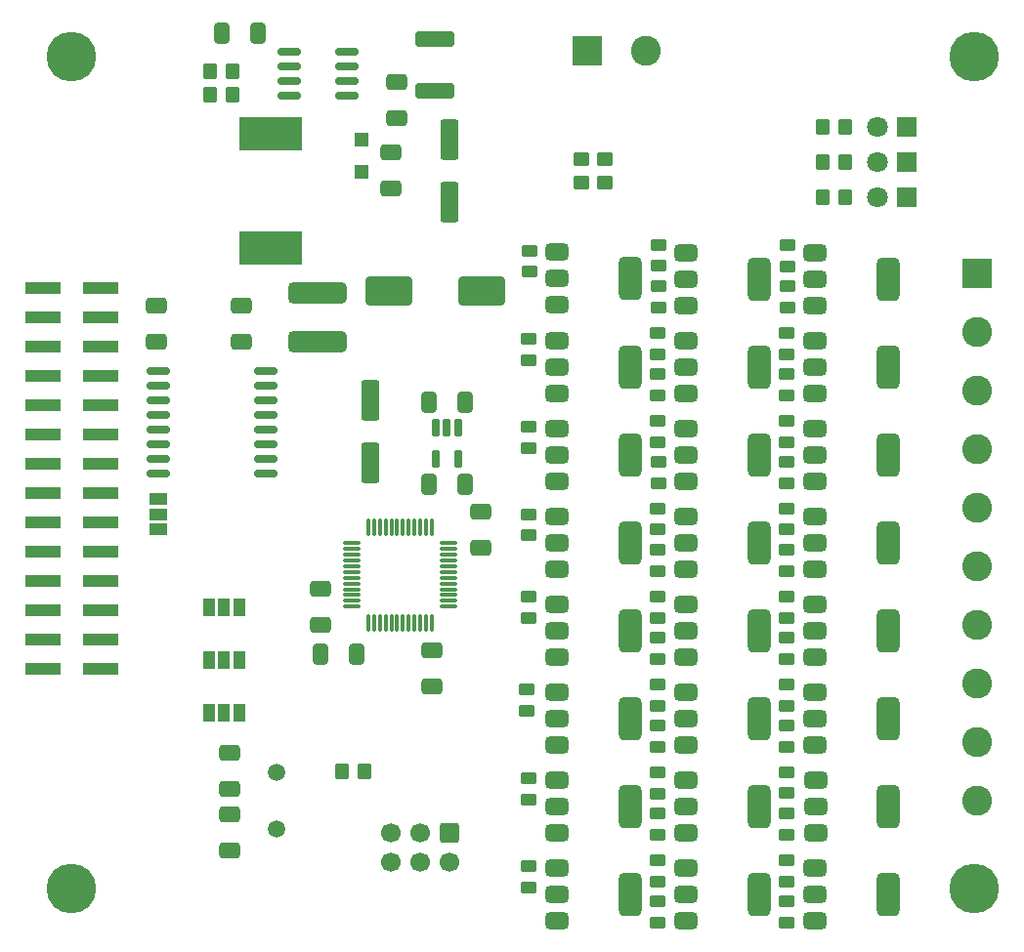
<source format=gts>
%TF.GenerationSoftware,KiCad,Pcbnew,8.0.0*%
%TF.CreationDate,2024-05-13T12:24:45+02:00*%
%TF.ProjectId,plc_io_module,706c635f-696f-45f6-9d6f-64756c652e6b,1.0.0*%
%TF.SameCoordinates,Original*%
%TF.FileFunction,Soldermask,Top*%
%TF.FilePolarity,Negative*%
%FSLAX46Y46*%
G04 Gerber Fmt 4.6, Leading zero omitted, Abs format (unit mm)*
G04 Created by KiCad (PCBNEW 8.0.0) date 2024-05-13 12:24:45*
%MOMM*%
%LPD*%
G01*
G04 APERTURE LIST*
G04 Aperture macros list*
%AMRoundRect*
0 Rectangle with rounded corners*
0 $1 Rounding radius*
0 $2 $3 $4 $5 $6 $7 $8 $9 X,Y pos of 4 corners*
0 Add a 4 corners polygon primitive as box body*
4,1,4,$2,$3,$4,$5,$6,$7,$8,$9,$2,$3,0*
0 Add four circle primitives for the rounded corners*
1,1,$1+$1,$2,$3*
1,1,$1+$1,$4,$5*
1,1,$1+$1,$6,$7*
1,1,$1+$1,$8,$9*
0 Add four rect primitives between the rounded corners*
20,1,$1+$1,$2,$3,$4,$5,0*
20,1,$1+$1,$4,$5,$6,$7,0*
20,1,$1+$1,$6,$7,$8,$9,0*
20,1,$1+$1,$8,$9,$2,$3,0*%
G04 Aperture macros list end*
%ADD10RoundRect,0.250000X-0.650000X0.412500X-0.650000X-0.412500X0.650000X-0.412500X0.650000X0.412500X0*%
%ADD11RoundRect,0.250000X0.412500X0.650000X-0.412500X0.650000X-0.412500X-0.650000X0.412500X-0.650000X0*%
%ADD12RoundRect,0.150000X-0.875000X-0.150000X0.875000X-0.150000X0.875000X0.150000X-0.875000X0.150000X0*%
%ADD13RoundRect,0.375000X-0.625000X-0.375000X0.625000X-0.375000X0.625000X0.375000X-0.625000X0.375000X0*%
%ADD14RoundRect,0.500000X-0.500000X-1.400000X0.500000X-1.400000X0.500000X1.400000X-0.500000X1.400000X0*%
%ADD15RoundRect,0.250000X0.450000X-0.262500X0.450000X0.262500X-0.450000X0.262500X-0.450000X-0.262500X0*%
%ADD16R,1.000000X1.500000*%
%ADD17R,3.150000X1.000000*%
%ADD18RoundRect,0.250000X0.650000X-0.412500X0.650000X0.412500X-0.650000X0.412500X-0.650000X-0.412500X0*%
%ADD19RoundRect,0.250000X-0.350000X-0.450000X0.350000X-0.450000X0.350000X0.450000X-0.350000X0.450000X0*%
%ADD20RoundRect,0.250000X0.450000X-0.350000X0.450000X0.350000X-0.450000X0.350000X-0.450000X-0.350000X0*%
%ADD21C,4.300000*%
%ADD22RoundRect,0.250000X-0.600000X0.600000X-0.600000X-0.600000X0.600000X-0.600000X0.600000X0.600000X0*%
%ADD23C,1.700000*%
%ADD24RoundRect,0.250000X-1.750000X-1.000000X1.750000X-1.000000X1.750000X1.000000X-1.750000X1.000000X0*%
%ADD25RoundRect,0.250000X-0.450000X0.262500X-0.450000X-0.262500X0.450000X-0.262500X0.450000X0.262500X0*%
%ADD26RoundRect,0.250000X0.350000X0.450000X-0.350000X0.450000X-0.350000X-0.450000X0.350000X-0.450000X0*%
%ADD27R,2.600000X2.600000*%
%ADD28C,2.600000*%
%ADD29R,1.800000X1.800000*%
%ADD30C,1.800000*%
%ADD31RoundRect,0.075000X0.075000X-0.662500X0.075000X0.662500X-0.075000X0.662500X-0.075000X-0.662500X0*%
%ADD32RoundRect,0.075000X0.662500X-0.075000X0.662500X0.075000X-0.662500X0.075000X-0.662500X-0.075000X0*%
%ADD33RoundRect,0.250000X-0.450000X0.350000X-0.450000X-0.350000X0.450000X-0.350000X0.450000X0.350000X0*%
%ADD34RoundRect,0.150000X-0.825000X-0.150000X0.825000X-0.150000X0.825000X0.150000X-0.825000X0.150000X0*%
%ADD35RoundRect,0.250000X-0.550000X1.500000X-0.550000X-1.500000X0.550000X-1.500000X0.550000X1.500000X0*%
%ADD36RoundRect,0.250000X-0.412500X-0.650000X0.412500X-0.650000X0.412500X0.650000X-0.412500X0.650000X0*%
%ADD37RoundRect,0.162500X-0.162500X0.617500X-0.162500X-0.617500X0.162500X-0.617500X0.162500X0.617500X0*%
%ADD38R,5.400000X2.900000*%
%ADD39RoundRect,0.250000X1.450000X-0.400000X1.450000X0.400000X-1.450000X0.400000X-1.450000X-0.400000X0*%
%ADD40R,1.200000X1.200000*%
%ADD41C,1.500000*%
%ADD42R,1.500000X1.000000*%
%ADD43RoundRect,0.475000X-2.075000X0.475000X-2.075000X-0.475000X2.075000X-0.475000X2.075000X0.475000X0*%
G04 APERTURE END LIST*
D10*
%TO.C,C16*%
X141579600Y-101967900D03*
X141579600Y-105092900D03*
%TD*%
D11*
%TO.C,C15*%
X140246500Y-99568000D03*
X137121500Y-99568000D03*
%TD*%
D12*
%TO.C,U1*%
X113714000Y-89789000D03*
X113714000Y-91059000D03*
X113714000Y-92329000D03*
X113714000Y-93599000D03*
X113714000Y-94869000D03*
X113714000Y-96139000D03*
X113714000Y-97409000D03*
X113714000Y-98679000D03*
X123014000Y-98679000D03*
X123014000Y-97409000D03*
X123014000Y-96139000D03*
X123014000Y-94869000D03*
X123014000Y-93599000D03*
X123014000Y-92329000D03*
X123014000Y-91059000D03*
X123014000Y-89789000D03*
%TD*%
D13*
%TO.C,Q11*%
X159410000Y-94728000D03*
X159410000Y-97028000D03*
D14*
X165710000Y-97028000D03*
D13*
X159410000Y-99328000D03*
%TD*%
%TO.C,Q1*%
X148234000Y-79450500D03*
X148234000Y-81750500D03*
D14*
X154534000Y-81750500D03*
D13*
X148234000Y-84050500D03*
%TD*%
D15*
%TO.C,R24*%
X156972000Y-114704500D03*
X156972000Y-112879500D03*
%TD*%
D13*
%TO.C,Q21*%
X170586000Y-109968000D03*
X170586000Y-112268000D03*
D14*
X176886000Y-112268000D03*
D13*
X170586000Y-114568000D03*
%TD*%
D11*
%TO.C,C4*%
X122314100Y-60452000D03*
X119189100Y-60452000D03*
%TD*%
D15*
%TO.C,R29*%
X156972000Y-134008500D03*
X156972000Y-132183500D03*
%TD*%
%TO.C,R28*%
X156972000Y-129944500D03*
X156972000Y-128119500D03*
%TD*%
D16*
%TO.C,JP4*%
X118080000Y-119380000D03*
X119380000Y-119380000D03*
X120680000Y-119380000D03*
%TD*%
D17*
%TO.C,J1*%
X103647000Y-82550000D03*
X108697000Y-82550000D03*
X103647000Y-85090000D03*
X108697000Y-85090000D03*
X103647000Y-87630000D03*
X108697000Y-87630000D03*
X103647000Y-90170000D03*
X108697000Y-90170000D03*
X103647000Y-92710000D03*
X108697000Y-92710000D03*
X103647000Y-95250000D03*
X108697000Y-95250000D03*
X103647000Y-97790000D03*
X108697000Y-97790000D03*
X103647000Y-100330000D03*
X108697000Y-100330000D03*
X103647000Y-102870000D03*
X108697000Y-102870000D03*
X103647000Y-105410000D03*
X108697000Y-105410000D03*
X103647000Y-107950000D03*
X108697000Y-107950000D03*
X103647000Y-110490000D03*
X108697000Y-110490000D03*
X103647000Y-113030000D03*
X108697000Y-113030000D03*
X103647000Y-115570000D03*
X108697000Y-115570000D03*
%TD*%
D18*
%TO.C,C6*%
X127762000Y-111798500D03*
X127762000Y-108673500D03*
%TD*%
D19*
%TO.C,R3*%
X129556000Y-124460000D03*
X131556000Y-124460000D03*
%TD*%
D20*
%TO.C,R13*%
X150368000Y-73390000D03*
X150368000Y-71390000D03*
%TD*%
D13*
%TO.C,Q7*%
X148234000Y-125208000D03*
X148234000Y-127508000D03*
D14*
X154534000Y-127508000D03*
D13*
X148234000Y-129808000D03*
%TD*%
D21*
%TO.C,H1*%
X106172000Y-62484000D03*
%TD*%
D22*
%TO.C,J2*%
X138938000Y-129794000D03*
D23*
X138938000Y-132334000D03*
X136398000Y-129794000D03*
X136398000Y-132334000D03*
X133858000Y-129794000D03*
X133858000Y-132334000D03*
%TD*%
D13*
%TO.C,Q18*%
X170586000Y-87108000D03*
X170586000Y-89408000D03*
D14*
X176886000Y-89408000D03*
D13*
X170586000Y-91708000D03*
%TD*%
%TO.C,Q8*%
X148234000Y-132828000D03*
X148234000Y-135128000D03*
D14*
X154534000Y-135128000D03*
D13*
X148234000Y-137428000D03*
%TD*%
D19*
%TO.C,R48*%
X171212000Y-71628000D03*
X173212000Y-71628000D03*
%TD*%
D13*
%TO.C,Q14*%
X159410000Y-117588000D03*
X159410000Y-119888000D03*
D14*
X165710000Y-119888000D03*
D13*
X159410000Y-122188000D03*
%TD*%
D15*
%TO.C,R8*%
X145796000Y-103999000D03*
X145796000Y-102174000D03*
%TD*%
%TO.C,R6*%
X145796000Y-88796500D03*
X145796000Y-86971500D03*
%TD*%
D24*
%TO.C,C11*%
X133668000Y-82804000D03*
X141668000Y-82804000D03*
%TD*%
D25*
%TO.C,R33*%
X168148000Y-86463500D03*
X168148000Y-88288500D03*
%TD*%
%TO.C,R31*%
X168185500Y-78843500D03*
X168185500Y-80668500D03*
%TD*%
D21*
%TO.C,H3*%
X184404000Y-62484000D03*
%TD*%
D26*
%TO.C,R1*%
X120126000Y-63754000D03*
X118126000Y-63754000D03*
%TD*%
D27*
%TO.C,J3*%
X150871000Y-61976000D03*
D28*
X155951000Y-61976000D03*
%TD*%
D29*
%TO.C,D2*%
X178567000Y-68580000D03*
D30*
X176027000Y-68580000D03*
%TD*%
D15*
%TO.C,R25*%
X156972000Y-118768500D03*
X156972000Y-116943500D03*
%TD*%
D31*
%TO.C,U3*%
X131870000Y-111604500D03*
X132370000Y-111604500D03*
X132870000Y-111604500D03*
X133370000Y-111604500D03*
X133870000Y-111604500D03*
X134370000Y-111604500D03*
X134870000Y-111604500D03*
X135370000Y-111604500D03*
X135870000Y-111604500D03*
X136370000Y-111604500D03*
X136870000Y-111604500D03*
X137370000Y-111604500D03*
D32*
X138782500Y-110192000D03*
X138782500Y-109692000D03*
X138782500Y-109192000D03*
X138782500Y-108692000D03*
X138782500Y-108192000D03*
X138782500Y-107692000D03*
X138782500Y-107192000D03*
X138782500Y-106692000D03*
X138782500Y-106192000D03*
X138782500Y-105692000D03*
X138782500Y-105192000D03*
X138782500Y-104692000D03*
D31*
X137370000Y-103279500D03*
X136870000Y-103279500D03*
X136370000Y-103279500D03*
X135870000Y-103279500D03*
X135370000Y-103279500D03*
X134870000Y-103279500D03*
X134370000Y-103279500D03*
X133870000Y-103279500D03*
X133370000Y-103279500D03*
X132870000Y-103279500D03*
X132370000Y-103279500D03*
X131870000Y-103279500D03*
D32*
X130457500Y-104692000D03*
X130457500Y-105192000D03*
X130457500Y-105692000D03*
X130457500Y-106192000D03*
X130457500Y-106692000D03*
X130457500Y-107192000D03*
X130457500Y-107692000D03*
X130457500Y-108192000D03*
X130457500Y-108692000D03*
X130457500Y-109192000D03*
X130457500Y-109692000D03*
X130457500Y-110192000D03*
%TD*%
D15*
%TO.C,R46*%
X168148000Y-137564500D03*
X168148000Y-135739500D03*
%TD*%
%TO.C,R26*%
X156972000Y-122362000D03*
X156972000Y-120537000D03*
%TD*%
D33*
%TO.C,R14*%
X152400000Y-71390000D03*
X152400000Y-73390000D03*
%TD*%
D25*
%TO.C,R37*%
X168148000Y-101666000D03*
X168148000Y-103491000D03*
%TD*%
D34*
%TO.C,U2*%
X125033000Y-62103000D03*
X125033000Y-63373000D03*
X125033000Y-64643000D03*
X125033000Y-65913000D03*
X129983000Y-65913000D03*
X129983000Y-64643000D03*
X129983000Y-63373000D03*
X129983000Y-62103000D03*
%TD*%
D13*
%TO.C,Q2*%
X148234000Y-87108000D03*
X148234000Y-89408000D03*
D14*
X154534000Y-89408000D03*
D13*
X148234000Y-91708000D03*
%TD*%
D35*
%TO.C,C13*%
X138938000Y-69690000D03*
X138938000Y-75090000D03*
%TD*%
D18*
%TO.C,C9*%
X133858000Y-73952500D03*
X133858000Y-70827500D03*
%TD*%
D25*
%TO.C,R39*%
X168148000Y-109323500D03*
X168148000Y-111148500D03*
%TD*%
D13*
%TO.C,Q4*%
X148234000Y-102348000D03*
X148234000Y-104648000D03*
D14*
X154534000Y-104648000D03*
D13*
X148234000Y-106948000D03*
%TD*%
D29*
%TO.C,D4*%
X178567000Y-74676000D03*
D30*
X176027000Y-74676000D03*
%TD*%
D16*
%TO.C,JP2*%
X118080000Y-110236000D03*
X119380000Y-110236000D03*
X120680000Y-110236000D03*
%TD*%
D13*
%TO.C,Q20*%
X170586000Y-102348000D03*
X170586000Y-104648000D03*
D14*
X176886000Y-104648000D03*
D13*
X170586000Y-106948000D03*
%TD*%
D36*
%TO.C,C14*%
X137121500Y-92456000D03*
X140246500Y-92456000D03*
%TD*%
D15*
%TO.C,R40*%
X168148000Y-114704500D03*
X168148000Y-112879500D03*
%TD*%
D37*
%TO.C,U4*%
X139634000Y-94662000D03*
X138684000Y-94662000D03*
X137734000Y-94662000D03*
X137734000Y-97362000D03*
X139634000Y-97362000D03*
%TD*%
D21*
%TO.C,H4*%
X184404000Y-134620000D03*
%TD*%
D18*
%TO.C,C5*%
X120904000Y-87236700D03*
X120904000Y-84111700D03*
%TD*%
D19*
%TO.C,R2*%
X118126000Y-65786000D03*
X120126000Y-65786000D03*
%TD*%
D18*
%TO.C,C1*%
X113512600Y-87236700D03*
X113512600Y-84111700D03*
%TD*%
D13*
%TO.C,Q10*%
X159410000Y-87108000D03*
X159410000Y-89408000D03*
D14*
X165710000Y-89408000D03*
D13*
X159410000Y-91708000D03*
%TD*%
D15*
%TO.C,R30*%
X156972000Y-137564500D03*
X156972000Y-135739500D03*
%TD*%
D13*
%TO.C,Q16*%
X159410000Y-132828000D03*
X159410000Y-135128000D03*
D14*
X165710000Y-135128000D03*
D13*
X159410000Y-137428000D03*
%TD*%
%TO.C,Q19*%
X170586000Y-94728000D03*
X170586000Y-97028000D03*
D14*
X176886000Y-97028000D03*
D13*
X170586000Y-99328000D03*
%TD*%
D38*
%TO.C,L1*%
X123444000Y-69218000D03*
X123444000Y-79118000D03*
%TD*%
D15*
%TO.C,R7*%
X145796000Y-96416500D03*
X145796000Y-94591500D03*
%TD*%
D13*
%TO.C,Q17*%
X170586000Y-79488000D03*
X170586000Y-81788000D03*
D14*
X176886000Y-81788000D03*
D13*
X170586000Y-84088000D03*
%TD*%
D15*
%TO.C,R12*%
X145796000Y-134516500D03*
X145796000Y-132691500D03*
%TD*%
D19*
%TO.C,R47*%
X171212000Y-68580000D03*
X173212000Y-68580000D03*
%TD*%
D15*
%TO.C,R27*%
X156972000Y-126388500D03*
X156972000Y-124563500D03*
%TD*%
%TO.C,R42*%
X168148000Y-122362000D03*
X168148000Y-120537000D03*
%TD*%
D39*
%TO.C,R4*%
X137668000Y-65471000D03*
X137668000Y-61021000D03*
%TD*%
D21*
%TO.C,H2*%
X106172000Y-134620000D03*
%TD*%
D35*
%TO.C,C8*%
X132080000Y-92296000D03*
X132080000Y-97696000D03*
%TD*%
D15*
%TO.C,R10*%
X145620000Y-119210500D03*
X145620000Y-117385500D03*
%TD*%
D25*
%TO.C,R41*%
X168148000Y-116943500D03*
X168148000Y-118768500D03*
%TD*%
D15*
%TO.C,R11*%
X145796000Y-126896500D03*
X145796000Y-125071500D03*
%TD*%
D40*
%TO.C,D1*%
X131318000Y-72520000D03*
X131318000Y-69720000D03*
%TD*%
D15*
%TO.C,R21*%
X156972000Y-103491000D03*
X156972000Y-101666000D03*
%TD*%
D16*
%TO.C,JP3*%
X118080000Y-114808000D03*
X119380000Y-114808000D03*
X120680000Y-114808000D03*
%TD*%
D10*
%TO.C,C12*%
X137414000Y-114007500D03*
X137414000Y-117132500D03*
%TD*%
D15*
%TO.C,R36*%
X168148000Y-99464500D03*
X168148000Y-97639500D03*
%TD*%
D13*
%TO.C,Q3*%
X148234000Y-94728000D03*
X148234000Y-97028000D03*
D14*
X154534000Y-97028000D03*
D13*
X148234000Y-99328000D03*
%TD*%
D15*
%TO.C,R44*%
X168148000Y-129944500D03*
X168148000Y-128119500D03*
%TD*%
D10*
%TO.C,C3*%
X119888000Y-128231500D03*
X119888000Y-131356500D03*
%TD*%
D41*
%TO.C,Y1*%
X123952000Y-124550000D03*
X123952000Y-129450000D03*
%TD*%
D25*
%TO.C,R43*%
X168148000Y-124526000D03*
X168148000Y-126351000D03*
%TD*%
D42*
%TO.C,JP1*%
X113715800Y-103484200D03*
X113715800Y-102184200D03*
X113715800Y-100884200D03*
%TD*%
D15*
%TO.C,R20*%
X157009500Y-99464500D03*
X157009500Y-97639500D03*
%TD*%
D13*
%TO.C,Q9*%
X159410000Y-79488000D03*
X159410000Y-81788000D03*
D14*
X165710000Y-81788000D03*
D13*
X159410000Y-84088000D03*
%TD*%
D27*
%TO.C,J4*%
X184612000Y-81280000D03*
D28*
X184612000Y-86360000D03*
X184612000Y-91440000D03*
X184612000Y-96520000D03*
X184612000Y-101600000D03*
X184612000Y-106680000D03*
X184612000Y-111760000D03*
X184612000Y-116840000D03*
X184612000Y-121920000D03*
X184612000Y-127000000D03*
%TD*%
D15*
%TO.C,R9*%
X145796000Y-111148500D03*
X145796000Y-109323500D03*
%TD*%
%TO.C,R34*%
X168132000Y-91844500D03*
X168132000Y-90019500D03*
%TD*%
%TO.C,R5*%
X145833500Y-81139000D03*
X145833500Y-79314000D03*
%TD*%
D11*
%TO.C,C7*%
X130848500Y-114300000D03*
X127723500Y-114300000D03*
%TD*%
D13*
%TO.C,Q6*%
X148234000Y-117588000D03*
X148234000Y-119888000D03*
D14*
X154534000Y-119888000D03*
D13*
X148234000Y-122188000D03*
%TD*%
D15*
%TO.C,R17*%
X156972000Y-88288500D03*
X156972000Y-86463500D03*
%TD*%
D29*
%TO.C,D3*%
X178567000Y-71628000D03*
D30*
X176027000Y-71628000D03*
%TD*%
D15*
%TO.C,R18*%
X156972000Y-91844500D03*
X156972000Y-90019500D03*
%TD*%
%TO.C,R16*%
X157009500Y-84224500D03*
X157009500Y-82399500D03*
%TD*%
%TO.C,R23*%
X156972000Y-111148500D03*
X156972000Y-109323500D03*
%TD*%
D43*
%TO.C,L2*%
X127508000Y-82990000D03*
X127508000Y-87190000D03*
%TD*%
D13*
%TO.C,Q13*%
X159410000Y-109968000D03*
X159410000Y-112268000D03*
D14*
X165710000Y-112268000D03*
D13*
X159410000Y-114568000D03*
%TD*%
D15*
%TO.C,R32*%
X168185500Y-84224500D03*
X168185500Y-82399500D03*
%TD*%
D25*
%TO.C,R35*%
X168148000Y-94083500D03*
X168148000Y-95908500D03*
%TD*%
D10*
%TO.C,C10*%
X134366000Y-64731500D03*
X134366000Y-67856500D03*
%TD*%
D13*
%TO.C,Q22*%
X170586000Y-117588000D03*
X170586000Y-119888000D03*
D14*
X176886000Y-119888000D03*
D13*
X170586000Y-122188000D03*
%TD*%
%TO.C,Q15*%
X159410000Y-125208000D03*
X159410000Y-127508000D03*
D14*
X165710000Y-127508000D03*
D13*
X159410000Y-129808000D03*
%TD*%
D15*
%TO.C,R19*%
X156972000Y-95908500D03*
X156972000Y-94083500D03*
%TD*%
D13*
%TO.C,Q23*%
X170623500Y-125208000D03*
X170623500Y-127508000D03*
D14*
X176923500Y-127508000D03*
D13*
X170623500Y-129808000D03*
%TD*%
%TO.C,Q5*%
X148234000Y-109968000D03*
X148234000Y-112268000D03*
D14*
X154534000Y-112268000D03*
D13*
X148234000Y-114568000D03*
%TD*%
D25*
%TO.C,R45*%
X168148000Y-132183500D03*
X168148000Y-134008500D03*
%TD*%
D18*
%TO.C,C2*%
X119888000Y-126022500D03*
X119888000Y-122897500D03*
%TD*%
D13*
%TO.C,Q12*%
X159410000Y-102348000D03*
X159410000Y-104648000D03*
D14*
X165710000Y-104648000D03*
D13*
X159410000Y-106948000D03*
%TD*%
%TO.C,Q24*%
X170586000Y-132828000D03*
X170586000Y-135128000D03*
D14*
X176886000Y-135128000D03*
D13*
X170586000Y-137428000D03*
%TD*%
D19*
%TO.C,R49*%
X171212000Y-74676000D03*
X173212000Y-74676000D03*
%TD*%
D15*
%TO.C,R38*%
X168148000Y-107084500D03*
X168148000Y-105259500D03*
%TD*%
%TO.C,R15*%
X157009500Y-80631000D03*
X157009500Y-78806000D03*
%TD*%
%TO.C,R22*%
X156972000Y-107084500D03*
X156972000Y-105259500D03*
%TD*%
M02*

</source>
